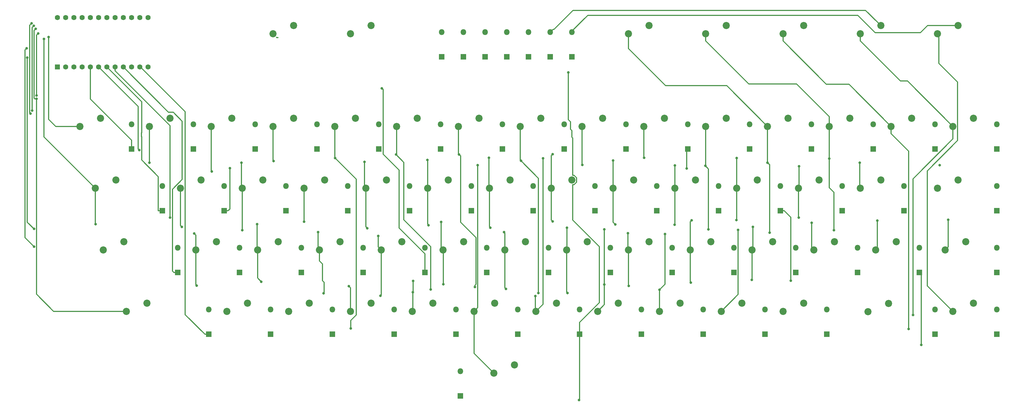
<source format=gbr>
G04 #@! TF.GenerationSoftware,KiCad,Pcbnew,5.1.5+dfsg1-2build2*
G04 #@! TF.CreationDate,2020-11-07T01:55:29-05:00*
G04 #@! TF.ProjectId,atari-keyboard,61746172-692d-46b6-9579-626f6172642e,rev?*
G04 #@! TF.SameCoordinates,Original*
G04 #@! TF.FileFunction,Copper,L2,Bot*
G04 #@! TF.FilePolarity,Positive*
%FSLAX46Y46*%
G04 Gerber Fmt 4.6, Leading zero omitted, Abs format (unit mm)*
G04 Created by KiCad (PCBNEW 5.1.5+dfsg1-2build2) date 2020-11-07 01:55:29*
%MOMM*%
%LPD*%
G04 APERTURE LIST*
%ADD10C,2.200000*%
%ADD11O,1.800000X1.800000*%
%ADD12R,1.800000X1.800000*%
%ADD13R,1.600000X1.600000*%
%ADD14C,1.600000*%
%ADD15C,0.800000*%
%ADD16C,0.304800*%
G04 APERTURE END LIST*
D10*
X123600000Y-107240000D03*
X129950000Y-104700000D03*
X238918750Y-88265000D03*
X245268750Y-85725000D03*
X10318750Y-88190000D03*
X16668750Y-85650000D03*
X262750000Y-69190000D03*
X269100000Y-66650000D03*
X3175000Y-69190000D03*
X9525000Y-66650000D03*
X260350000Y-50165000D03*
X266700000Y-47625000D03*
X793750Y-50165000D03*
X7143750Y-47625000D03*
X-3968750Y-31115000D03*
X2381250Y-28575000D03*
X117475000Y-88190000D03*
X123825000Y-85650000D03*
X222250000Y-69190000D03*
X228600000Y-66650000D03*
X69850000Y-69190000D03*
X76200000Y-66650000D03*
X179387000Y-50165000D03*
X185737000Y-47625000D03*
X26987500Y-50165000D03*
X33337500Y-47625000D03*
X150812500Y-31115000D03*
X157162500Y-28575000D03*
X265112500Y-88190000D03*
X271462500Y-85650000D03*
X98425000Y-88190000D03*
X104775000Y-85650000D03*
X203200000Y-69190000D03*
X209550000Y-66650000D03*
X50800000Y-69190000D03*
X57150000Y-66650000D03*
X160337500Y-50165000D03*
X166687500Y-47625000D03*
X131762500Y-31115000D03*
X138112500Y-28575000D03*
X260350000Y-2540000D03*
X266700000Y0D03*
X79375000Y-88190000D03*
X85725000Y-85650000D03*
X184150000Y-69190000D03*
X190500000Y-66650000D03*
X31750000Y-69190000D03*
X38100000Y-66650000D03*
X141287500Y-50165000D03*
X147637500Y-47625000D03*
X265112500Y-31115000D03*
X271462500Y-28575000D03*
X112712500Y-31115000D03*
X119062500Y-28575000D03*
X236537500Y-2540000D03*
X242887500Y0D03*
X212725000Y-88190000D03*
X219075000Y-85650000D03*
X60325000Y-88190000D03*
X66675000Y-85650000D03*
X165100000Y-69190000D03*
X171450000Y-66650000D03*
X122237500Y-50165000D03*
X128587500Y-47625000D03*
X246062500Y-31115000D03*
X252412500Y-28575000D03*
X93662500Y-31115000D03*
X100012500Y-28575000D03*
X212725000Y-2540000D03*
X219075000Y0D03*
X193675000Y-88190000D03*
X200025000Y-85650000D03*
X41275000Y-88190000D03*
X47625000Y-85650000D03*
X146050000Y-69190000D03*
X152400000Y-66650000D03*
X103187500Y-50165000D03*
X109537500Y-47625000D03*
X227012500Y-31115000D03*
X233362500Y-28575000D03*
X74612500Y-31115000D03*
X80962500Y-28575000D03*
X188912500Y-2540000D03*
X195262500Y0D03*
X174625000Y-88190000D03*
X180975000Y-85650000D03*
X127000000Y-69190000D03*
X133350000Y-66650000D03*
X236537500Y-50165000D03*
X242887500Y-47625000D03*
X84137500Y-50165000D03*
X90487500Y-47625000D03*
X207962500Y-31115000D03*
X214312500Y-28575000D03*
X55562500Y-31115000D03*
X61912500Y-28575000D03*
X165100000Y-2540000D03*
X171450000Y0D03*
X155575000Y-88190000D03*
X161925000Y-85650000D03*
X107950000Y-69190000D03*
X114300000Y-66650000D03*
X217487500Y-50165000D03*
X223837500Y-47625000D03*
X65087500Y-50165000D03*
X71437500Y-47625000D03*
X188912500Y-31115000D03*
X195262500Y-28575000D03*
X36512500Y-31115000D03*
X42862500Y-28575000D03*
X79375000Y-2540000D03*
X85725000Y0D03*
X136525000Y-88190000D03*
X142875000Y-85650000D03*
X241300000Y-69190000D03*
X247650000Y-66650000D03*
X88900000Y-69190000D03*
X95250000Y-66650000D03*
X198437500Y-50165000D03*
X204787500Y-47625000D03*
X46037500Y-50165000D03*
X52387500Y-47625000D03*
X169862500Y-31115000D03*
X176212500Y-28575000D03*
X17462500Y-31115000D03*
X23812500Y-28575000D03*
X55562500Y-2540000D03*
X61912500Y0D03*
D11*
X113275000Y-106680000D03*
D12*
X113275000Y-114300000D03*
D11*
X130968750Y-87630000D03*
D12*
X130968750Y-95250000D03*
D11*
X235743750Y-68580000D03*
D12*
X235743750Y-76200000D03*
D11*
X83343750Y-68580000D03*
D12*
X83343750Y-76200000D03*
D11*
X192881250Y-49530000D03*
D12*
X192881250Y-57150000D03*
D11*
X40481250Y-49530000D03*
D12*
X40481250Y-57150000D03*
D11*
X164306250Y-30480000D03*
D12*
X164306250Y-38100000D03*
D11*
X11906250Y-30480000D03*
D12*
X11906250Y-38100000D03*
D11*
X278606250Y-87630000D03*
D12*
X278606250Y-95250000D03*
D11*
X111918750Y-87630000D03*
D12*
X111918750Y-95250000D03*
D11*
X216693750Y-68580000D03*
D12*
X216693750Y-76200000D03*
D11*
X64293750Y-68580000D03*
D12*
X64293750Y-76200000D03*
D11*
X173831250Y-49530000D03*
D12*
X173831250Y-57150000D03*
D11*
X21431250Y-49530000D03*
D12*
X21431250Y-57150000D03*
D11*
X145256250Y-30480000D03*
D12*
X145256250Y-38100000D03*
D11*
X147681250Y-2017500D03*
D12*
X147681250Y-9637500D03*
D11*
X259556250Y-87630000D03*
D12*
X259556250Y-95250000D03*
D11*
X92868750Y-87630000D03*
D12*
X92868750Y-95250000D03*
D11*
X197643750Y-68580000D03*
D12*
X197643750Y-76200000D03*
D11*
X45243750Y-68580000D03*
D12*
X45243750Y-76200000D03*
D11*
X154781250Y-49530000D03*
D12*
X154781250Y-57150000D03*
D11*
X278606250Y-30480000D03*
D12*
X278606250Y-38100000D03*
D11*
X126206250Y-30480000D03*
D12*
X126206250Y-38100000D03*
D11*
X140989580Y-2017500D03*
D12*
X140989580Y-9637500D03*
D11*
X226218750Y-87630000D03*
D12*
X226218750Y-95250000D03*
D11*
X73818750Y-87630000D03*
D12*
X73818750Y-95250000D03*
D11*
X178593750Y-68580000D03*
D12*
X178593750Y-76200000D03*
D11*
X26193750Y-68580000D03*
D12*
X26193750Y-76200000D03*
D11*
X135731250Y-49530000D03*
D12*
X135731250Y-57150000D03*
D11*
X259556250Y-30480000D03*
D12*
X259556250Y-38100000D03*
D11*
X107156250Y-30480000D03*
D12*
X107156250Y-38100000D03*
D11*
X134297914Y-2017500D03*
D12*
X134297914Y-9637500D03*
D11*
X207168750Y-87630000D03*
D12*
X207168750Y-95250000D03*
D11*
X54768750Y-87630000D03*
D12*
X54768750Y-95250000D03*
D11*
X159543750Y-68580000D03*
D12*
X159543750Y-76200000D03*
D11*
X278606250Y-49530000D03*
D12*
X278606250Y-57150000D03*
D11*
X116681250Y-49530000D03*
D12*
X116681250Y-57150000D03*
D11*
X240506250Y-30480000D03*
D12*
X240506250Y-38100000D03*
D11*
X88106250Y-30480000D03*
D12*
X88106250Y-38100000D03*
D11*
X127606248Y-2017500D03*
D12*
X127606248Y-9637500D03*
D11*
X188118750Y-87630000D03*
D12*
X188118750Y-95250000D03*
D11*
X35718750Y-87630000D03*
D12*
X35718750Y-95250000D03*
D11*
X140493750Y-68580000D03*
D12*
X140493750Y-76200000D03*
D11*
X250031250Y-49530000D03*
D12*
X250031250Y-57150000D03*
D11*
X97631250Y-49530000D03*
D12*
X97631250Y-57150000D03*
D11*
X221456250Y-30480000D03*
D12*
X221456250Y-38100000D03*
D11*
X69056250Y-30480000D03*
D12*
X69056250Y-38100000D03*
D11*
X120914582Y-2017500D03*
D12*
X120914582Y-9637500D03*
D11*
X169068750Y-87630000D03*
D12*
X169068750Y-95250000D03*
D11*
X278606250Y-68580000D03*
D12*
X278606250Y-76200000D03*
D11*
X121443750Y-68580000D03*
D12*
X121443750Y-76200000D03*
D11*
X230981250Y-49530000D03*
D12*
X230981250Y-57150000D03*
D11*
X78581250Y-49530000D03*
D12*
X78581250Y-57150000D03*
D11*
X202406250Y-30480000D03*
D12*
X202406250Y-38100000D03*
D11*
X50006250Y-30480000D03*
D12*
X50006250Y-38100000D03*
D11*
X114222916Y-2017500D03*
D12*
X114222916Y-9637500D03*
D11*
X150018750Y-87630000D03*
D12*
X150018750Y-95250000D03*
D11*
X254793750Y-68580000D03*
D12*
X254793750Y-76200000D03*
D11*
X102393750Y-68580000D03*
D12*
X102393750Y-76200000D03*
D11*
X211931250Y-49530000D03*
D12*
X211931250Y-57150000D03*
D11*
X59531250Y-49530000D03*
D12*
X59531250Y-57150000D03*
D11*
X183356250Y-30480000D03*
D12*
X183356250Y-38100000D03*
D11*
X30956250Y-30480000D03*
D12*
X30956250Y-38100000D03*
D11*
X107531250Y-2017500D03*
D12*
X107531250Y-9637500D03*
D13*
X-10920000Y-12795000D03*
D14*
X-8380000Y-12795000D03*
X-5840000Y-12795000D03*
X-3300000Y-12795000D03*
X-760000Y-12795000D03*
X1780000Y-12795000D03*
X4320000Y-12795000D03*
X6860000Y-12795000D03*
X9400000Y-12795000D03*
X11940000Y-12795000D03*
X14480000Y-12795000D03*
X17020000Y-12795000D03*
X17020000Y2445000D03*
X14480000Y2445000D03*
X11940000Y2445000D03*
X9400000Y2445000D03*
X6860000Y2445000D03*
X4320000Y2445000D03*
X1780000Y2445000D03*
X-760000Y2445000D03*
X-3300000Y2445000D03*
X-5840000Y2445000D03*
X-8380000Y2445000D03*
X-10920000Y2445000D03*
D15*
X14274800Y-38366700D03*
X183019700Y-44043600D03*
X42252900Y-43980100D03*
X23787100Y-59194700D03*
X215150027Y-78698790D03*
X89090500Y-19329400D03*
X255358900Y-98488500D03*
X146596100Y-14465300D03*
X149885400Y-115506500D03*
X69430900Y-63741300D03*
X27406600Y-62100189D03*
X71132700Y-82600800D03*
X150837900Y-42976721D03*
X179285900Y-61455300D03*
X221564200Y-60807600D03*
X-13639800Y-3492500D03*
X118643398Y-43103800D03*
X179374800Y-43189590D03*
X50596800Y-61290200D03*
X131965700Y-41732200D03*
X137350500Y-82524600D03*
X98640900Y-82257900D03*
X51930300Y-79032100D03*
X98691700Y-78828900D03*
X203136500Y-78422500D03*
X203415900Y-62128400D03*
X-15062200Y-4127500D03*
X812800Y-61252100D03*
X161061400Y-61366400D03*
X160375600Y-41643300D03*
X31216600Y-64147700D03*
X32029400Y-80264000D03*
X141693900Y-39687500D03*
X78901609Y-80413290D03*
X117754400Y-80695800D03*
X141706600Y-60426600D03*
X184289700Y-79273400D03*
X184594500Y-60055190D03*
X252793500Y-89293700D03*
X-18144930Y-62694889D03*
X-20199211Y-9906000D03*
X112877600Y-39725600D03*
X93433900Y-39738300D03*
X122059700Y-40792400D03*
X104174103Y-81448210D03*
X164960300Y-64084200D03*
X165214300Y-80289400D03*
X251460000Y-93649800D03*
X122529600Y-62334710D03*
X-18144930Y-68215725D03*
X-20449386Y-7028217D03*
X74701400Y-40843200D03*
X79540100Y-93408500D03*
X146113500Y-62382400D03*
X146304000Y-82537300D03*
X228422200Y-63144400D03*
X198907400Y-63080900D03*
X103479600Y-61582300D03*
X-16827498Y-2400300D03*
X-17392520Y-21577300D03*
X103162100Y-41455910D03*
X226949000Y-40995600D03*
X261023100Y-43091100D03*
X55676800Y-41757600D03*
X83743800Y-42062400D03*
X207975200Y-42265600D03*
X84569300Y-62496700D03*
X127330200Y-81267300D03*
X174637700Y-81483200D03*
X176339500Y-64300100D03*
X208610200Y-63896810D03*
X-17392520Y-22577301D03*
X-17589498Y-965200D03*
X126733300Y-63754000D03*
X236423200Y-42303700D03*
X36626800Y-45046900D03*
X188836300Y-43268900D03*
X217690700Y-43434000D03*
X107365800Y-60629800D03*
X108064300Y-79794100D03*
X157683200Y-79921100D03*
X189776100Y-62880810D03*
X263677400Y-59905900D03*
X217627514Y-59255090D03*
X-18186455Y-65179D03*
X-18681700Y-26212800D03*
X65138300Y-60490100D03*
X157632400Y-62877700D03*
X45770800Y-42329100D03*
X46062900Y-63106300D03*
X87985600Y-64897000D03*
X88684100Y-83362800D03*
X136410700Y-83426300D03*
X198348600Y-60007500D03*
X241833400Y-60185300D03*
X-18846800Y685800D03*
X-19237625Y-27128086D03*
X17475200Y-42265600D03*
X138734800Y-40919400D03*
X169951400Y-40805100D03*
X198437500Y-40881300D03*
D16*
X57061100Y-3657600D02*
X56680100Y-3657600D01*
X56680100Y-3657600D02*
X56637277Y-3614777D01*
X11906250Y-36895200D02*
X11906250Y-38100000D01*
X11906250Y-35363150D02*
X11906250Y-36895200D01*
X-760000Y-22696900D02*
X11906250Y-35363150D01*
X-760000Y-12795000D02*
X-760000Y-22696900D01*
X13957300Y-38049200D02*
X14274800Y-38366700D01*
X13957300Y-24972300D02*
X13957300Y-38049200D01*
X1780000Y-12795000D02*
X13957300Y-24972300D01*
X183019700Y-38436550D02*
X183356250Y-38100000D01*
X183019700Y-44043600D02*
X183019700Y-38436550D01*
X20178849Y-57102399D02*
X20226450Y-57150000D01*
X20178849Y-46635659D02*
X20178849Y-57102399D01*
X15027202Y-41484012D02*
X20178849Y-46635659D01*
X15027202Y-34269256D02*
X15027202Y-41484012D01*
X14990099Y-34232153D02*
X15027202Y-34269256D01*
X20226450Y-57150000D02*
X21431250Y-57150000D01*
X14990099Y-33077847D02*
X14990099Y-34232153D01*
X15027202Y-33040744D02*
X14990099Y-33077847D01*
X15027202Y-23502202D02*
X15027202Y-33040744D01*
X4320000Y-12795000D02*
X15027202Y-23502202D01*
X42252900Y-44545785D02*
X42252900Y-43980100D01*
X41686050Y-57150000D02*
X42252900Y-56583150D01*
X40481250Y-57150000D02*
X41686050Y-57150000D01*
X42252900Y-56583150D02*
X42252900Y-44545785D01*
X6860000Y-12795000D02*
X6860000Y-13926370D01*
X6860000Y-13926370D02*
X23787100Y-30853470D01*
X23787100Y-30853470D02*
X23787100Y-58629015D01*
X23787100Y-58629015D02*
X23787100Y-59194700D01*
X213136050Y-57150000D02*
X215150027Y-59163977D01*
X215150027Y-59163977D02*
X215150027Y-78133105D01*
X211931250Y-57150000D02*
X213136050Y-57150000D01*
X215150027Y-78133105D02*
X215150027Y-78698790D01*
X23300400Y-26695400D02*
X24765000Y-26695400D01*
X27554901Y-29485301D02*
X27554901Y-47448045D01*
X9400000Y-12795000D02*
X23300400Y-26695400D01*
X24988950Y-76200000D02*
X26193750Y-76200000D01*
X24515099Y-50487847D02*
X24515099Y-58821843D01*
X24539502Y-58846246D02*
X24539502Y-59630849D01*
X24765000Y-26695400D02*
X27554901Y-29485301D01*
X24515099Y-75726149D02*
X24988950Y-76200000D01*
X24515099Y-59655252D02*
X24515099Y-75726149D01*
X24515099Y-58821843D02*
X24539502Y-58846246D01*
X24539502Y-59630849D02*
X24515099Y-59655252D01*
X27554901Y-47448045D02*
X24515099Y-50487847D01*
X102393750Y-70433554D02*
X102393750Y-74995200D01*
X94399100Y-62438904D02*
X102393750Y-70433554D01*
X102393750Y-74995200D02*
X102393750Y-76200000D01*
X94399100Y-44615100D02*
X94399100Y-62438904D01*
X89490499Y-39706499D02*
X94399100Y-44615100D01*
X89490499Y-19729399D02*
X89490499Y-39706499D01*
X89090500Y-19329400D02*
X89490499Y-19729399D01*
X14480000Y-12795000D02*
X14675100Y-12795000D01*
X34513950Y-95250000D02*
X35718750Y-95250000D01*
X28439901Y-89175951D02*
X34513950Y-95250000D01*
X28439901Y-26559801D02*
X28439901Y-89175951D01*
X14675100Y-12795000D02*
X28439901Y-26559801D01*
X255358900Y-76765150D02*
X254793750Y-76200000D01*
X255358900Y-98488500D02*
X255358900Y-76765150D01*
X147891500Y-59991946D02*
X156142401Y-68242847D01*
X150018750Y-91596696D02*
X150018750Y-94045200D01*
X156142401Y-85473045D02*
X150018750Y-91596696D01*
X146596100Y-14465300D02*
X146596100Y-29048154D01*
X146596100Y-29048154D02*
X147256500Y-29708554D01*
X156142401Y-68242847D02*
X156142401Y-85473045D01*
X149089901Y-48322153D02*
X148334653Y-49077401D01*
X147256500Y-31994248D02*
X147662900Y-32400648D01*
X147662900Y-32400648D02*
X147662900Y-34452152D01*
X149089901Y-46927847D02*
X149089901Y-48322153D01*
X150018750Y-94045200D02*
X150018750Y-95250000D01*
X147662900Y-34452152D02*
X147891500Y-34680752D01*
X147891500Y-34680752D02*
X147891500Y-46172599D01*
X147891500Y-46172599D02*
X148334653Y-46172599D01*
X148334653Y-46172599D02*
X149089901Y-46927847D01*
X148334653Y-49077401D02*
X147891500Y-49077401D01*
X147256500Y-29708554D02*
X147256500Y-31994248D01*
X147891500Y-49077401D02*
X147891500Y-59991946D01*
X150018750Y-115373150D02*
X149885400Y-115506500D01*
X150018750Y-95250000D02*
X150018750Y-115373150D01*
X69430900Y-68770900D02*
X69850000Y-69190000D01*
X69430900Y-63741300D02*
X69430900Y-68770900D01*
X26987500Y-50165000D02*
X26987500Y-61681089D01*
X26987500Y-61681089D02*
X27406600Y-62100189D01*
X69850000Y-69190000D02*
X69850000Y-72644000D01*
X69850000Y-72644000D02*
X70739000Y-73533000D01*
X70739000Y-73533000D02*
X70739000Y-78727300D01*
X70739000Y-78727300D02*
X71247000Y-79235300D01*
X71247000Y-82486500D02*
X71132700Y-82600800D01*
X71247000Y-79235300D02*
X71247000Y-82486500D01*
X117475000Y-101115000D02*
X123600000Y-107240000D01*
X117475000Y-88190000D02*
X117475000Y-101115000D01*
X150812500Y-31115000D02*
X150812500Y-42951321D01*
X150812500Y-42951321D02*
X150837900Y-42976721D01*
X179387000Y-61354200D02*
X179285900Y-61455300D01*
X179387000Y-50165000D02*
X179387000Y-61354200D01*
X221564200Y-60807600D02*
X221564200Y-68504200D01*
X221564200Y-68504200D02*
X222250000Y-69190000D01*
X-11430000Y-31115000D02*
X-3968750Y-31115000D01*
X-13639800Y-28905200D02*
X-11430000Y-31115000D01*
X-13639800Y-3492500D02*
X-13639800Y-28905200D01*
X118643398Y-43669485D02*
X118643398Y-43103800D01*
X118643398Y-87021602D02*
X118643398Y-43669485D01*
X117475000Y-88190000D02*
X118643398Y-87021602D01*
X179387000Y-50165000D02*
X179387000Y-43201790D01*
X179387000Y-43201790D02*
X179374800Y-43189590D01*
X50596800Y-68986800D02*
X50800000Y-69190000D01*
X50596800Y-61290200D02*
X50596800Y-68986800D01*
X131762500Y-41529000D02*
X131965700Y-41732200D01*
X131762500Y-31115000D02*
X131762500Y-41529000D01*
X98640900Y-87974100D02*
X98425000Y-88190000D01*
X98640900Y-82257900D02*
X98640900Y-87974100D01*
X51345700Y-69190000D02*
X51473100Y-69062600D01*
X50800000Y-69190000D02*
X51345700Y-69190000D01*
X50800000Y-77901800D02*
X51930300Y-79032100D01*
X50800000Y-69190000D02*
X50800000Y-77901800D01*
X98691700Y-82207100D02*
X98640900Y-82257900D01*
X98691700Y-78828900D02*
X98691700Y-82207100D01*
X137350500Y-81958915D02*
X137350500Y-82524600D01*
X131965700Y-41732200D02*
X137350500Y-47117000D01*
X137350500Y-47117000D02*
X137350500Y-81958915D01*
X203200000Y-78359000D02*
X203136500Y-78422500D01*
X203200000Y-69190000D02*
X203200000Y-78359000D01*
X203415900Y-68974100D02*
X203200000Y-69190000D01*
X203415900Y-62128400D02*
X203415900Y-68974100D01*
X257200400Y-80277900D02*
X265112500Y-88190000D01*
X257200400Y-44843700D02*
X257200400Y-80277900D01*
X266570099Y-35474001D02*
X257200400Y-44843700D01*
X266570099Y-17408799D02*
X266570099Y-35474001D01*
X260794500Y-11633200D02*
X266570099Y-17408799D01*
X260794500Y-3009900D02*
X260794500Y-11633200D01*
X260350000Y-2565400D02*
X260794500Y-3009900D01*
X260350000Y-2540000D02*
X260350000Y-2565400D01*
X793750Y-50165000D02*
X-15062200Y-34309050D01*
X-15062200Y-34309050D02*
X-15062200Y-4127500D01*
X793750Y-50165000D02*
X793750Y-61233050D01*
X793750Y-61233050D02*
X812800Y-61252100D01*
X160337500Y-50165000D02*
X160337500Y-60642500D01*
X160337500Y-60642500D02*
X161061400Y-61366400D01*
X160337500Y-41681400D02*
X160375600Y-41643300D01*
X160337500Y-50165000D02*
X160337500Y-41681400D01*
X236537500Y-4751554D02*
X248880146Y-17094200D01*
X236537500Y-2540000D02*
X236537500Y-4751554D01*
X251091700Y-17094200D02*
X265112500Y-31115000D01*
X248880146Y-17094200D02*
X251091700Y-17094200D01*
X31750000Y-64681100D02*
X31750000Y-69190000D01*
X31216600Y-64147700D02*
X31750000Y-64681100D01*
X31750000Y-79984600D02*
X32029400Y-80264000D01*
X31750000Y-69190000D02*
X31750000Y-79984600D01*
X141287500Y-40093900D02*
X141287500Y-50165000D01*
X141693900Y-39687500D02*
X141287500Y-40093900D01*
X79375000Y-88190000D02*
X79375000Y-80886681D01*
X79375000Y-80886681D02*
X79301608Y-80813289D01*
X79301608Y-80813289D02*
X78901609Y-80413290D01*
X141287500Y-60007500D02*
X141706600Y-60426600D01*
X141287500Y-50165000D02*
X141287500Y-60007500D01*
X184150000Y-79133700D02*
X184289700Y-79273400D01*
X184150000Y-69190000D02*
X184150000Y-79133700D01*
X184150000Y-60499690D02*
X184194501Y-60455189D01*
X184150000Y-69190000D02*
X184150000Y-60499690D01*
X184194501Y-60455189D02*
X184594500Y-60055190D01*
X265112500Y-34978072D02*
X253555500Y-46535072D01*
X265112500Y-31115000D02*
X265112500Y-34978072D01*
X252793500Y-47297072D02*
X252793500Y-89293700D01*
X253555500Y-46535072D02*
X252793500Y-47297072D01*
X-20199211Y-60640608D02*
X-20199211Y-10471685D01*
X-18144930Y-62694889D02*
X-20199211Y-60640608D01*
X-20199211Y-10471685D02*
X-20199211Y-9906000D01*
X113328399Y-60661499D02*
X113328399Y-40176399D01*
X113277599Y-40125599D02*
X112877600Y-39725600D01*
X113328399Y-40176399D02*
X113277599Y-40125599D01*
X118070188Y-65403288D02*
X113328399Y-60661499D01*
X117754400Y-80130115D02*
X118070188Y-79814327D01*
X118070188Y-79814327D02*
X118070188Y-65403288D01*
X117754400Y-80695800D02*
X117754400Y-80130115D01*
X112712500Y-31115000D02*
X112712500Y-39560500D01*
X112712500Y-39560500D02*
X112877600Y-39725600D01*
X212725000Y-4751554D02*
X226096346Y-18122900D01*
X212725000Y-2540000D02*
X212725000Y-4751554D01*
X233070400Y-18122900D02*
X246062500Y-31115000D01*
X226096346Y-18122900D02*
X233070400Y-18122900D01*
X93662500Y-39509700D02*
X93433900Y-39738300D01*
X93662500Y-31115000D02*
X93662500Y-39509700D01*
X122059700Y-49987200D02*
X122237500Y-50165000D01*
X122059700Y-40792400D02*
X122059700Y-49987200D01*
X164960300Y-69050300D02*
X165100000Y-69190000D01*
X164960300Y-64084200D02*
X164960300Y-69050300D01*
X165100000Y-80175100D02*
X165214300Y-80289400D01*
X165100000Y-69190000D02*
X165100000Y-80175100D01*
X251460000Y-38724054D02*
X251460000Y-93084115D01*
X246062500Y-33326554D02*
X251460000Y-38724054D01*
X246062500Y-31115000D02*
X246062500Y-33326554D01*
X251460000Y-93084115D02*
X251460000Y-93649800D01*
X122237500Y-50165000D02*
X122237500Y-62042610D01*
X122237500Y-62042610D02*
X122529600Y-62334710D01*
X-20849385Y-7428216D02*
X-20449386Y-7028217D01*
X-18144930Y-68215725D02*
X-20951612Y-65409043D01*
X-20951612Y-7530443D02*
X-20849385Y-7428216D01*
X-20951612Y-65409043D02*
X-20951612Y-7530443D01*
X104174103Y-80882525D02*
X104174103Y-81448210D01*
X104174103Y-68207703D02*
X104174103Y-80882525D01*
X95872300Y-59905900D02*
X104174103Y-68207703D01*
X95872300Y-42176700D02*
X95872300Y-59905900D01*
X93433900Y-39738300D02*
X95872300Y-42176700D01*
X188912500Y-4751554D02*
X202182246Y-18021300D01*
X188912500Y-2540000D02*
X188912500Y-4751554D01*
X202182246Y-18021300D02*
X216928700Y-18021300D01*
X227012500Y-28105100D02*
X227012500Y-31115000D01*
X216928700Y-18021300D02*
X227012500Y-28105100D01*
X74612500Y-40754300D02*
X74701400Y-40843200D01*
X74612500Y-31115000D02*
X74612500Y-40754300D01*
X227012500Y-31318200D02*
X226720400Y-31610300D01*
X227012500Y-31115000D02*
X227012500Y-31318200D01*
X227012500Y-40932100D02*
X226949000Y-40995600D01*
X227012500Y-31115000D02*
X227012500Y-40932100D01*
X79540100Y-91014015D02*
X79540100Y-92842815D01*
X74701400Y-40843200D02*
X81224651Y-47366451D01*
X81224651Y-47366451D02*
X81224651Y-89329464D01*
X81224651Y-89329464D02*
X79540100Y-91014015D01*
X79540100Y-92842815D02*
X79540100Y-93408500D01*
X146113500Y-69126500D02*
X146050000Y-69190000D01*
X146113500Y-62382400D02*
X146113500Y-69126500D01*
X146050000Y-82283300D02*
X146304000Y-82537300D01*
X146050000Y-69190000D02*
X146050000Y-82283300D01*
X226949000Y-40995600D02*
X226949000Y-49974500D01*
X228422200Y-51447700D02*
X228422200Y-63144400D01*
X226949000Y-49974500D02*
X228422200Y-51447700D01*
X198907400Y-82957600D02*
X193675000Y-88190000D01*
X198907400Y-63080900D02*
X198907400Y-82957600D01*
X103187500Y-61290200D02*
X103479600Y-61582300D01*
X103187500Y-50165000D02*
X103187500Y-61290200D01*
X-17392520Y-2965322D02*
X-17392520Y-21577300D01*
X-16827498Y-2400300D02*
X-17392520Y-2965322D01*
X103187500Y-50165000D02*
X103187500Y-41481310D01*
X103187500Y-41481310D02*
X103162100Y-41455910D01*
X261023100Y-49491900D02*
X260350000Y-50165000D01*
X55562500Y-31115000D02*
X55562500Y-40690800D01*
X55562500Y-41643300D02*
X55676800Y-41757600D01*
X55562500Y-40690800D02*
X55562500Y-41643300D01*
X236423200Y-50050700D02*
X236537500Y-50165000D01*
X83743800Y-49771300D02*
X83743800Y-42062400D01*
X84137500Y-50165000D02*
X83743800Y-49771300D01*
X84137500Y-62064900D02*
X84569300Y-62496700D01*
X84137500Y-50165000D02*
X84137500Y-62064900D01*
X127000000Y-80937100D02*
X127330200Y-81267300D01*
X127000000Y-69190000D02*
X127000000Y-80937100D01*
X174637700Y-88177300D02*
X174625000Y-88190000D01*
X174637700Y-81483200D02*
X174637700Y-88177300D01*
X207975200Y-41948100D02*
X207962500Y-41935400D01*
X207975200Y-42265600D02*
X207975200Y-41948100D01*
X207962500Y-31115000D02*
X207962500Y-41935400D01*
X176339500Y-79781400D02*
X174637700Y-81483200D01*
X176339500Y-64300100D02*
X176339500Y-79781400D01*
X207975200Y-42265600D02*
X208610200Y-42900600D01*
X208610200Y-42900600D02*
X208610200Y-63331125D01*
X208610200Y-63331125D02*
X208610200Y-63896810D01*
X-17958205Y-22577301D02*
X-18144922Y-22390584D01*
X-18144922Y-1520624D02*
X-17989497Y-1365199D01*
X-17989497Y-1365199D02*
X-17589498Y-965200D01*
X-17392520Y-22577301D02*
X-17958205Y-22577301D01*
X-18144922Y-22390584D02*
X-18144922Y-1520624D01*
X195376800Y-18529300D02*
X207962500Y-31115000D01*
X176517300Y-18529300D02*
X195376800Y-18529300D01*
X165100000Y-7112000D02*
X176517300Y-18529300D01*
X165100000Y-2540000D02*
X165100000Y-7112000D01*
X-17392520Y-23142986D02*
X-17392520Y-22577301D01*
X-12076500Y-88190000D02*
X-17392520Y-82873980D01*
X-17392520Y-82873980D02*
X-17392520Y-23142986D01*
X10318750Y-88190000D02*
X-12076500Y-88190000D01*
X127000000Y-69190000D02*
X127000000Y-64020700D01*
X127000000Y-64020700D02*
X126733300Y-63754000D01*
X236423200Y-42303700D02*
X236423200Y-50050700D01*
X36512500Y-44932600D02*
X36626800Y-45046900D01*
X36512500Y-31115000D02*
X36512500Y-44932600D01*
X188912500Y-43192700D02*
X188836300Y-43268900D01*
X188912500Y-31115000D02*
X188912500Y-43192700D01*
X217690700Y-49961800D02*
X217487500Y-50165000D01*
X217690700Y-43434000D02*
X217690700Y-49961800D01*
X107365800Y-68605800D02*
X107950000Y-69190000D01*
X107365800Y-60629800D02*
X107365800Y-68605800D01*
X107950000Y-69190000D02*
X107721000Y-69190000D01*
X108064300Y-69533300D02*
X108064300Y-79794100D01*
X107721000Y-69190000D02*
X108064300Y-69533300D01*
X157683200Y-86081800D02*
X155575000Y-88190000D01*
X157683200Y-79921100D02*
X157683200Y-86081800D01*
X188836300Y-43268900D02*
X189776100Y-44208700D01*
X189776100Y-44208700D02*
X189776100Y-62880810D01*
X263677400Y-68262600D02*
X262750000Y-69190000D01*
X263677400Y-59905900D02*
X263677400Y-68262600D01*
X217487500Y-50165000D02*
X217487500Y-59115076D01*
X217487500Y-59115076D02*
X217627514Y-59255090D01*
X-18681700Y-25647115D02*
X-18681700Y-26212800D01*
X-18681700Y-560424D02*
X-18681700Y-25647115D01*
X-18186455Y-65179D02*
X-18681700Y-560424D01*
X65087500Y-50165000D02*
X65087500Y-60439300D01*
X65087500Y-60439300D02*
X65138300Y-60490100D01*
X157683200Y-62928500D02*
X157632400Y-62877700D01*
X157683200Y-79921100D02*
X157683200Y-62928500D01*
X45770800Y-49898300D02*
X46037500Y-50165000D01*
X45770800Y-42329100D02*
X45770800Y-49898300D01*
X46037500Y-63080900D02*
X46062900Y-63106300D01*
X46037500Y-50165000D02*
X46037500Y-63080900D01*
X87985600Y-68275600D02*
X88900000Y-69190000D01*
X87985600Y-64897000D02*
X87985600Y-68275600D01*
X88900000Y-83146900D02*
X88684100Y-83362800D01*
X88900000Y-69190000D02*
X88900000Y-83146900D01*
X136410700Y-88075700D02*
X136525000Y-88190000D01*
X136410700Y-83426300D02*
X136410700Y-88075700D01*
X198437500Y-59918600D02*
X198348600Y-60007500D01*
X198437500Y-50165000D02*
X198437500Y-59918600D01*
X241833400Y-68656600D02*
X241300000Y-69190000D01*
X241833400Y-60185300D02*
X241833400Y-68656600D01*
X-19446801Y-26918910D02*
X-19237625Y-27128086D01*
X-19446801Y85799D02*
X-19446801Y-26918910D01*
X-18846800Y685800D02*
X-19446801Y85799D01*
X17462500Y-31115000D02*
X17462500Y-42252900D01*
X17462500Y-42252900D02*
X17475200Y-42265600D01*
X136525000Y-88190000D02*
X138734800Y-85980200D01*
X138734800Y-85980200D02*
X138734800Y-41485085D01*
X138734800Y-41485085D02*
X138734800Y-40919400D01*
X169862500Y-31115000D02*
X169862500Y-40716200D01*
X169862500Y-40716200D02*
X169951400Y-40805100D01*
X198437500Y-50165000D02*
X198437500Y-40881300D01*
X241787501Y1099999D02*
X242887500Y0D01*
X238175800Y4711700D02*
X241787501Y1099999D01*
X148018500Y4711700D02*
X238175800Y4711700D01*
X142189299Y-1117501D02*
X148018500Y4711700D01*
X141889579Y-1117501D02*
X142189299Y-1117501D01*
X140989580Y-2017500D02*
X141889579Y-1117501D01*
X147681250Y-2017500D02*
X147347200Y-2017500D01*
X147347200Y-2017500D02*
X152565100Y3200400D01*
X152565100Y3200400D02*
X235762800Y3200400D01*
X235762800Y3200400D02*
X241147600Y-2184400D01*
X241147600Y-2184400D02*
X255130300Y-2184400D01*
X257314700Y0D02*
X266700000Y0D01*
X255130300Y-2184400D02*
X257314700Y0D01*
X129950000Y-104700000D02*
X129551500Y-104700000D01*
M02*

</source>
